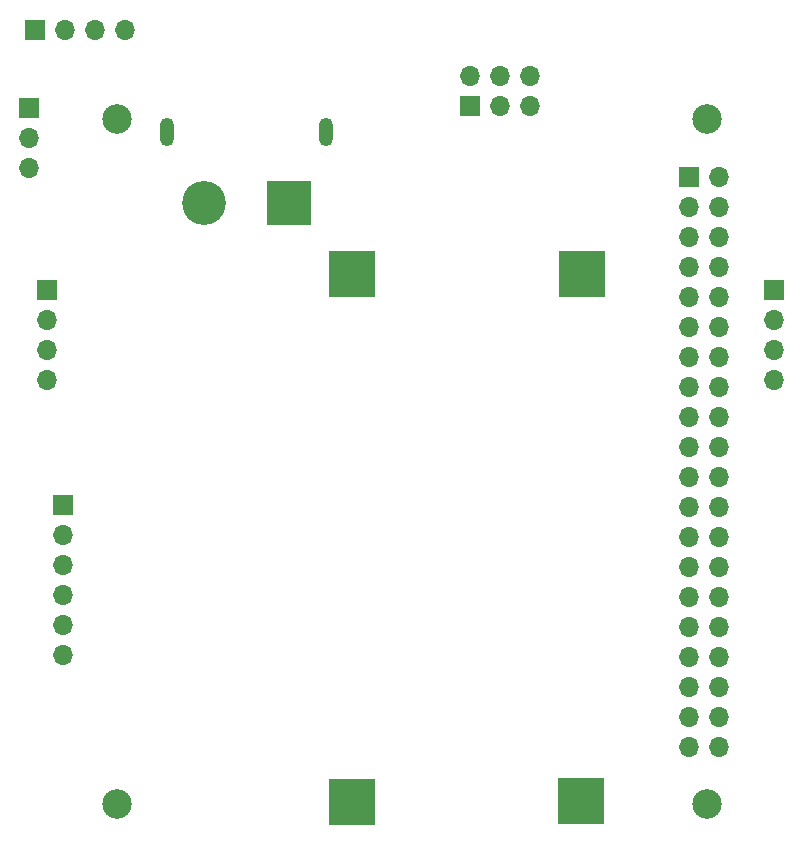
<source format=gbr>
%TF.GenerationSoftware,KiCad,Pcbnew,6.0.8-f2edbf62ab~116~ubuntu22.04.1*%
%TF.CreationDate,2022-11-20T23:04:20-05:00*%
%TF.ProjectId,Pi_HAT_Simple_V3,50695f48-4154-45f5-9369-6d706c655f56,rev?*%
%TF.SameCoordinates,Original*%
%TF.FileFunction,Soldermask,Top*%
%TF.FilePolarity,Negative*%
%FSLAX46Y46*%
G04 Gerber Fmt 4.6, Leading zero omitted, Abs format (unit mm)*
G04 Created by KiCad (PCBNEW 6.0.8-f2edbf62ab~116~ubuntu22.04.1) date 2022-11-20 23:04:20*
%MOMM*%
%LPD*%
G01*
G04 APERTURE LIST*
%ADD10R,1.700000X1.700000*%
%ADD11O,1.700000X1.700000*%
%ADD12C,2.500000*%
%ADD13R,3.716000X3.716000*%
%ADD14C,3.716000*%
%ADD15O,1.200000X2.400000*%
%ADD16R,4.000000X4.000000*%
G04 APERTURE END LIST*
D10*
%TO.C,J2*%
X151000000Y-79400000D03*
D11*
X153540000Y-79400000D03*
X151000000Y-81940000D03*
X153540000Y-81940000D03*
X151000000Y-84480000D03*
X153540000Y-84480000D03*
X151000000Y-87020000D03*
X153540000Y-87020000D03*
X151000000Y-89560000D03*
X153540000Y-89560000D03*
X151000000Y-92100000D03*
X153540000Y-92100000D03*
X151000000Y-94640000D03*
X153540000Y-94640000D03*
X151000000Y-97180000D03*
X153540000Y-97180000D03*
X151000000Y-99720000D03*
X153540000Y-99720000D03*
X151000000Y-102260000D03*
X153540000Y-102260000D03*
X151000000Y-104800000D03*
X153540000Y-104800000D03*
X151000000Y-107340000D03*
X153540000Y-107340000D03*
X151000000Y-109880000D03*
X153540000Y-109880000D03*
X151000000Y-112420000D03*
X153540000Y-112420000D03*
X151000000Y-114960000D03*
X153540000Y-114960000D03*
X151000000Y-117500000D03*
X153540000Y-117500000D03*
X151000000Y-120040000D03*
X153540000Y-120040000D03*
X151000000Y-122580000D03*
X153540000Y-122580000D03*
X151000000Y-125120000D03*
X153540000Y-125120000D03*
X151000000Y-127660000D03*
X153540000Y-127660000D03*
%TD*%
D10*
%TO.C,J3*%
X132425000Y-73425000D03*
D11*
X132425000Y-70885000D03*
X134965000Y-73425000D03*
X134965000Y-70885000D03*
X137505000Y-73425000D03*
X137505000Y-70885000D03*
%TD*%
D12*
%TO.C,H1*%
X152500000Y-74500000D03*
%TD*%
%TO.C,H2*%
X102500000Y-74500000D03*
%TD*%
%TO.C,H3*%
X102500000Y-132500000D03*
%TD*%
D10*
%TO.C,J1*%
X98000000Y-107200000D03*
D11*
X98000000Y-109740000D03*
X98000000Y-112280000D03*
X98000000Y-114820000D03*
X98000000Y-117360000D03*
X98000000Y-119900000D03*
%TD*%
D12*
%TO.C,H4*%
X152500000Y-132500000D03*
%TD*%
D13*
%TO.C,J4*%
X117100000Y-81600000D03*
D14*
X109900000Y-81600000D03*
D15*
X120250000Y-75600000D03*
X106750000Y-75600000D03*
%TD*%
D10*
%TO.C,J5*%
X95100000Y-73550000D03*
D11*
X95100000Y-76090000D03*
X95100000Y-78630000D03*
%TD*%
%TO.C,J6*%
X103220000Y-66950000D03*
X100680000Y-66950000D03*
X98140000Y-66950000D03*
D10*
X95600000Y-66950000D03*
%TD*%
D11*
%TO.C,J8*%
X158150000Y-96620000D03*
X158150000Y-94080000D03*
X158150000Y-91540000D03*
D10*
X158150000Y-89000000D03*
%TD*%
D11*
%TO.C,J9*%
X96600000Y-96620000D03*
X96600000Y-94080000D03*
X96600000Y-91540000D03*
D10*
X96600000Y-89000000D03*
%TD*%
D16*
%TO.C,U1*%
X141852000Y-132236000D03*
X122400000Y-132350000D03*
X141900000Y-87600000D03*
X122400000Y-87600000D03*
%TD*%
M02*

</source>
